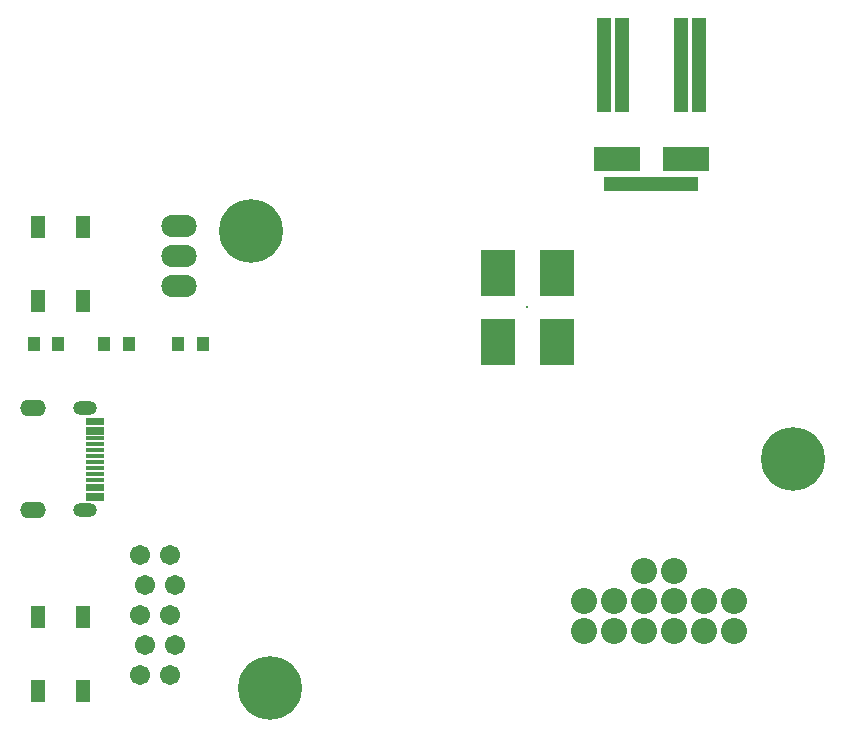
<source format=gts>
G04*
G04 #@! TF.GenerationSoftware,Altium Limited,Altium Designer,23.2.1 (34)*
G04*
G04 Layer_Color=8388736*
%FSLAX44Y44*%
%MOMM*%
G71*
G04*
G04 #@! TF.SameCoordinates,D71E7737-13ED-4BDA-A6DE-6AB0D4F083BE*
G04*
G04*
G04 #@! TF.FilePolarity,Negative*
G04*
G01*
G75*
%ADD16R,1.1000X1.2000*%
%ADD22R,1.3000X8.0000*%
%ADD23R,4.0000X2.0000*%
%ADD24R,8.0000X1.2000*%
%ADD25R,3.0000X4.0000*%
%ADD26R,1.6000X0.4200*%
%ADD27R,1.2032X1.9032*%
%ADD28O,3.0032X1.9032*%
%ADD29C,2.2032*%
%ADD30C,5.4000*%
%ADD31C,0.2032*%
%ADD32O,2.2000X1.4000*%
%ADD33O,2.0000X1.2000*%
%ADD34C,0.1000*%
%ADD35C,1.7032*%
D16*
X-529500Y97500D02*
D03*
X-550500D02*
D03*
X-592000D02*
D03*
X-613000D02*
D03*
X-652000D02*
D03*
X-673000D02*
D03*
D22*
X-175000Y334000D02*
D03*
X-190000D02*
D03*
X-110000D02*
D03*
X-125000D02*
D03*
D23*
X-121000Y254000D02*
D03*
X-179000D02*
D03*
D24*
X-150000Y233000D02*
D03*
D25*
X-230000Y99400D02*
D03*
Y157400D02*
D03*
X-280000D02*
D03*
Y99400D02*
D03*
D26*
X-621400Y33500D02*
D03*
Y30500D02*
D03*
Y25500D02*
D03*
Y22500D02*
D03*
Y17500D02*
D03*
Y12500D02*
D03*
Y7500D02*
D03*
Y2500D02*
D03*
Y-2500D02*
D03*
Y-7500D02*
D03*
Y-12500D02*
D03*
Y-17500D02*
D03*
Y-22500D02*
D03*
Y-25500D02*
D03*
Y-30500D02*
D03*
Y-33500D02*
D03*
D27*
X-669000Y-133500D02*
D03*
Y-196500D02*
D03*
X-631000Y-133500D02*
D03*
Y-196500D02*
D03*
X-631000Y133500D02*
D03*
Y196500D02*
D03*
X-669000Y133500D02*
D03*
Y196500D02*
D03*
D28*
X-550000Y197500D02*
D03*
Y146700D02*
D03*
Y172100D02*
D03*
D29*
X-156200Y-94600D02*
D03*
X-130800D02*
D03*
X-105400Y-145400D02*
D03*
X-80000Y-120000D02*
D03*
X-207000Y-145400D02*
D03*
X-130800D02*
D03*
X-156200Y-120000D02*
D03*
Y-145400D02*
D03*
X-130800Y-120000D02*
D03*
X-207000D02*
D03*
X-181600Y-145400D02*
D03*
Y-120000D02*
D03*
X-80000Y-145400D02*
D03*
X-105400Y-120000D02*
D03*
D30*
X-473000Y-193400D02*
D03*
X-489000Y193400D02*
D03*
X-30000Y0D02*
D03*
D31*
X-255000Y128400D02*
D03*
D32*
X-673400Y-43000D02*
D03*
Y43000D02*
D03*
D33*
X-629100Y-43000D02*
D03*
Y43000D02*
D03*
D34*
X-634100Y28900D02*
D03*
Y-28900D02*
D03*
D35*
X-557500Y-80900D02*
D03*
X-582900D02*
D03*
X-578900Y-106300D02*
D03*
X-582900Y-131700D02*
D03*
X-553500Y-106300D02*
D03*
X-582900Y-182500D02*
D03*
X-557500D02*
D03*
X-578900Y-157100D02*
D03*
X-557500Y-131700D02*
D03*
X-553500Y-157100D02*
D03*
M02*

</source>
